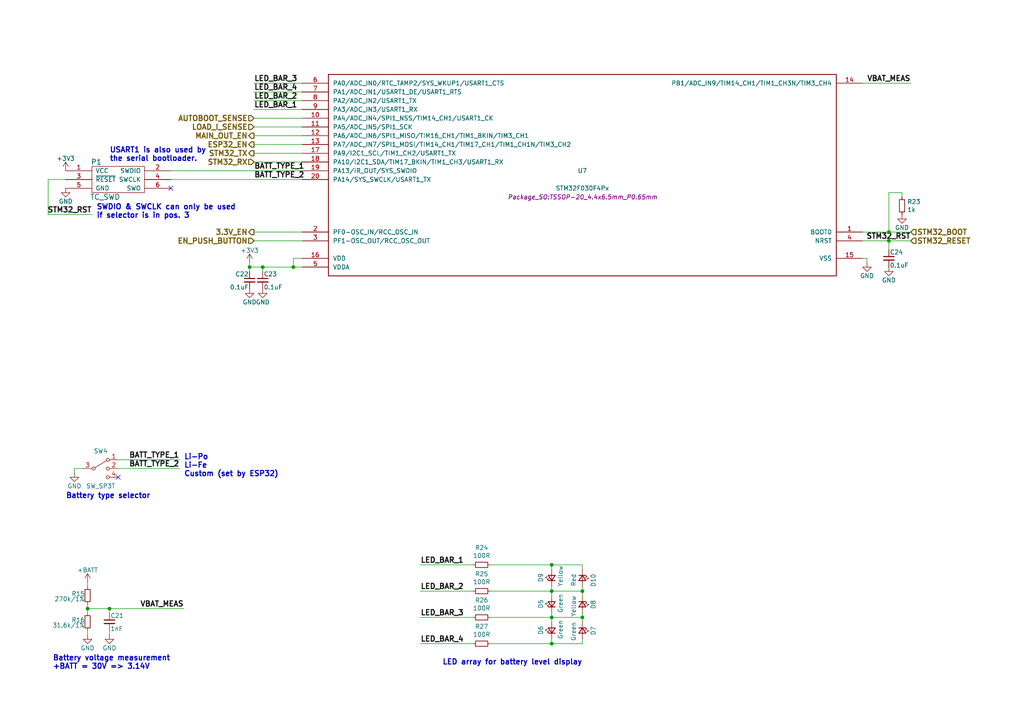
<source format=kicad_sch>
(kicad_sch (version 20211123) (generator eeschema)
  (paper "A4")
  (title_block (date "2019-04-05") (rev "2.0"))
  (lib_symbols
    (symbol "Device:C_Small" (pin_numbers hide) (pin_names (offset 0.254) hide)
      (property "Reference" "C" (at 0.254 1.778 0))
      (property "Value" "Device_C_Small" (at 0.254 -2.032 0))
      (symbol "C_Small_0_1"
        (polyline (pts (xy -1.524 -0.508) (xy 1.524 -0.508)) (stroke (width 0.3302)))
        (polyline (pts (xy -1.524 0.508) (xy 1.524 0.508)) (stroke (width 0.3048)))
      )
      (symbol "C_Small_1_1"
        (pin passive line (at 0 2.54 270) (length 2.032) (name "~") (number "1"))
        (pin passive line (at 0 -2.54 90) (length 2.032) (name "~") (number "2"))
      )
    )
    (symbol "Device:LED_Small" (pin_numbers hide) (pin_names (offset 0.254) hide)
      (property "Reference" "D" (at -1.27 3.175 0))
      (property "Value" "Device_LED_Small" (at -4.445 -2.54 0))
      (symbol "LED_Small_0_1"
        (polyline (pts (xy -0.762 -1.016) (xy -0.762 1.016)) (stroke (width 0.254)))
        (polyline (pts (xy 1.016 0) (xy -0.762 0)))
        (polyline (pts (xy 0.762 -1.016) (xy -0.762 0) (xy 0.762 1.016) (xy 0.762 -1.016)) (stroke (width 0.254)))
        (polyline (pts (xy 0 0.762) (xy -0.508 1.27) (xy -0.254 1.27) (xy -0.508 1.27) (xy -0.508 1.016)))
        (polyline (pts (xy 0.508 1.27) (xy 0 1.778) (xy 0.254 1.778) (xy 0 1.778) (xy 0 1.524)))
      )
      (symbol "LED_Small_1_1"
        (pin passive line (at -2.54 0 0) (length 1.778) (name "K") (number "1"))
        (pin passive line (at 2.54 0 180) (length 1.778) (name "A") (number "2"))
      )
    )
    (symbol "Device:R_Small" (pin_numbers hide) (pin_names (offset 0.254) hide)
      (property "Reference" "R" (at 0.762 0.508 0))
      (property "Value" "Device_R_Small" (at 0.762 -1.016 0))
      (symbol "R_Small_0_1"
        (rectangle (start -0.762 1.778) (end 0.762 -1.778) (stroke (width 0.2032)))
      )
      (symbol "R_Small_1_1"
        (pin passive line (at 0 2.54 270) (length 0.762) (name "~") (number "1"))
        (pin passive line (at 0 -2.54 90) (length 0.762) (name "~") (number "2"))
      )
    )
    (symbol "KXKM_ESP32_battery_management_board-rescue:STM32F030F4Px-stm32" (pin_names (offset 1.27))
      (property "Reference" "U" (at 0 2.54 0))
      (property "Value" "STM32F030F4Px-stm32" (at 0 -2.54 0))
      (property "Footprint" "TSSOP20" (at 0 -5.08 0))
      (symbol "STM32F030F4Px-stm32_1_1"
        (rectangle (start -73.66 30.48) (end 73.66 -27.94) (stroke (width 0.254)))
        (pin input line (at 81.28 -15.24 180) (length 7.62) (name "BOOT0") (number "1"))
        (pin bidirectional line (at -81.28 17.78 0) (length 7.62) (name "PA4/ADC_IN4/SPI1_NSS/TIM14_CH1/USART1_CK") (number "10"))
        (pin bidirectional line (at -81.28 15.24 0) (length 7.62) (name "PA5/ADC_IN5/SPI1_SCK") (number "11"))
        (pin bidirectional line (at -81.28 12.7 0) (length 7.62) (name "PA6/ADC_IN6/SPI1_MISO/TIM16_CH1/TIM1_BKIN/TIM3_CH1") (number "12"))
        (pin bidirectional line (at -81.28 10.16 0) (length 7.62) (name "PA7/ADC_IN7/SPI1_MOSI/TIM14_CH1/TIM17_CH1/TIM1_CH1N/TIM3_CH2") (number "13"))
        (pin bidirectional line (at 81.28 27.94 180) (length 7.62) (name "PB1/ADC_IN9/TIM14_CH1/TIM1_CH3N/TIM3_CH4") (number "14"))
        (pin power_in line (at 81.28 -22.86 180) (length 7.62) (name "VSS") (number "15"))
        (pin power_in line (at -81.28 -22.86 0) (length 7.62) (name "VDD") (number "16"))
        (pin bidirectional line (at -81.28 7.62 0) (length 7.62) (name "PA9/I2C1_SCL/TIM1_CH2/USART1_TX") (number "17"))
        (pin bidirectional line (at -81.28 5.08 0) (length 7.62) (name "PA10/I2C1_SDA/TIM17_BKIN/TIM1_CH3/USART1_RX") (number "18"))
        (pin bidirectional line (at -81.28 2.54 0) (length 7.62) (name "PA13/IR_OUT/SYS_SWDIO") (number "19"))
        (pin bidirectional line (at -81.28 -15.24 0) (length 7.62) (name "PF0-OSC_IN/RCC_OSC_IN") (number "2"))
        (pin bidirectional line (at -81.28 0 0) (length 7.62) (name "PA14/SYS_SWCLK/USART1_TX") (number "20"))
        (pin bidirectional line (at -81.28 -17.78 0) (length 7.62) (name "PF1-OSC_OUT/RCC_OSC_OUT") (number "3"))
        (pin input line (at 81.28 -17.78 180) (length 7.62) (name "NRST") (number "4"))
        (pin power_in line (at -81.28 -25.4 0) (length 7.62) (name "VDDA") (number "5"))
        (pin bidirectional line (at -81.28 27.94 0) (length 7.62) (name "PA0/ADC_IN0/RTC_TAMP2/SYS_WKUP1/USART1_CTS") (number "6"))
        (pin bidirectional line (at -81.28 25.4 0) (length 7.62) (name "PA1/ADC_IN1/USART1_DE/USART1_RTS") (number "7"))
        (pin bidirectional line (at -81.28 22.86 0) (length 7.62) (name "PA2/ADC_IN2/USART1_TX") (number "8"))
        (pin bidirectional line (at -81.28 20.32 0) (length 7.62) (name "PA3/ADC_IN3/USART1_RX") (number "9"))
      )
    )
    (symbol "KXKM_ESP32_battery_management_board-rescue:TC_SWD-tom_kicad" (pin_names (offset 1.016))
      (property "Reference" "P" (at -6.35 5.08 0))
      (property "Value" "TC_SWD-tom_kicad" (at -3.81 -5.08 0))
      (symbol "TC_SWD-tom_kicad_0_1"
        (rectangle (start -7.62 3.81) (end 7.62 -3.81))
      )
      (symbol "TC_SWD-tom_kicad_1_1"
        (pin power_in line (at -15.24 2.54 0) (length 7.62) (name "VCC") (number "1"))
        (pin bidirectional line (at 15.24 2.54 180) (length 7.62) (name "SWDIO") (number "2"))
        (pin bidirectional line (at -15.24 0 0) (length 7.62) (name "~{RESET}") (number "3"))
        (pin bidirectional line (at 15.24 0 180) (length 7.62) (name "SWCLK") (number "4"))
        (pin power_in line (at -15.24 -2.54 0) (length 7.62) (name "GND") (number "5"))
        (pin power_in line (at 15.24 -2.54 180) (length 7.62) (name "SWO") (number "6"))
      )
    )
    (symbol "Switch:SW_SP3T" (pin_names (offset 0) hide)
      (property "Reference" "SW" (at 0 5.08 0))
      (property "Value" "Switch_SW_SP3T" (at 0 -5.08 0))
      (symbol "SW_SP3T_0_1"
        (circle (center -2.032 0) (radius 0.4572))
        (polyline (pts (xy -1.651 0.254) (xy 1.651 2.286)))
        (circle (center 2.032 -2.54) (radius 0.4572))
        (circle (center 2.032 0) (radius 0.4572))
        (circle (center 2.032 2.54) (radius 0.4572))
      )
      (symbol "SW_SP3T_1_1"
        (pin passive line (at 5.08 2.54 180) (length 2.54) (name "1") (number "1"))
        (pin passive line (at 5.08 0 180) (length 2.54) (name "2") (number "2"))
        (pin passive line (at -5.08 0 0) (length 2.54) (name "3") (number "3"))
        (pin passive line (at 5.08 -2.54 180) (length 2.54) (name "4") (number "4"))
      )
    )
    (symbol "power:+3.3V" (power) (pin_names (offset 0))
      (property "Value" "power_+3.3V" (at 0 3.556 0))
      (symbol "+3.3V_0_1"
        (polyline (pts (xy -0.762 1.27) (xy 0 2.54)))
        (polyline (pts (xy 0 0) (xy 0 2.54)))
        (polyline (pts (xy 0 2.54) (xy 0.762 1.27)))
      )
      (symbol "+3.3V_1_1"
        (pin power_in line (at 0 0 90) (length 0) hide (name "+3V3") (number "1"))
      )
    )
    (symbol "power:+BATT" (power) (pin_names (offset 0))
      (property "Value" "power_+BATT" (at 0 3.556 0))
      (symbol "+BATT_0_1"
        (polyline (pts (xy -0.762 1.27) (xy 0 2.54)))
        (polyline (pts (xy 0 0) (xy 0 2.54)))
        (polyline (pts (xy 0 2.54) (xy 0.762 1.27)))
      )
      (symbol "+BATT_1_1"
        (pin power_in line (at 0 0 90) (length 0) hide (name "+BATT") (number "1"))
      )
    )
    (symbol "power:GND" (power) (pin_names (offset 0))
      (property "Value" "power_GND" (at 0 -3.81 0))
      (symbol "GND_0_1"
        (polyline (pts (xy 0 0) (xy 0 -1.27) (xy 1.27 -1.27) (xy 0 -2.54) (xy -1.27 -1.27) (xy 0 -1.27)))
      )
      (symbol "GND_1_1"
        (pin power_in line (at 0 0 270) (length 0) hide (name "GND") (number "1"))
      )
    )
  )
  (junction (at 31.75 176.53))
  (junction (at 160.02 179.07))
  (junction (at 160.02 186.69))
  (junction (at 76.2 77.47))
  (junction (at 257.81 69.85))
  (junction (at 25.4 176.53))
  (junction (at 160.02 171.45))
  (junction (at 72.39 77.47))
  (junction (at 257.81 67.31))
  (junction (at 168.91 171.45))
  (junction (at 160.02 163.83))
  (junction (at 85.09 77.47))
  (junction (at 168.91 179.07))
  (no_connect (at 49.53 54.61))
  (no_connect (at 34.29 138.43))
  (wire (pts (xy 142.24 171.45) (xy 160.02 171.45)))
  (wire (pts (xy 160.02 177.8) (xy 160.02 179.07)))
  (wire (pts (xy 137.16 171.45) (xy 121.92 171.45)))
  (wire (pts (xy 31.75 176.53) (xy 53.34 176.53)))
  (wire (pts (xy 251.46 76.2) (xy 251.46 74.93)))
  (wire (pts (xy 137.16 179.07) (xy 121.92 179.07)))
  (wire (pts (xy 72.39 77.47) (xy 76.2 77.47)))
  (wire (pts (xy 160.02 179.07) (xy 160.02 180.34)))
  (wire (pts (xy 73.66 41.91) (xy 87.63 41.91)))
  (wire (pts (xy 31.75 184.15) (xy 31.75 182.88)))
  (wire (pts (xy 160.02 171.45) (xy 160.02 172.72)))
  (wire (pts (xy 31.75 177.8) (xy 31.75 176.53)))
  (wire (pts (xy 257.81 67.31) (xy 264.16 67.31)))
  (wire (pts (xy 168.91 171.45) (xy 168.91 172.72)))
  (wire (pts (xy 73.66 26.67) (xy 87.63 26.67)))
  (wire (pts (xy 73.66 39.37) (xy 87.63 39.37)))
  (wire (pts (xy 49.53 49.53) (xy 87.63 49.53)))
  (wire (pts (xy 168.91 177.8) (xy 168.91 179.07)))
  (wire (pts (xy 142.24 179.07) (xy 160.02 179.07)))
  (wire (pts (xy 13.97 62.23) (xy 26.67 62.23)))
  (wire (pts (xy 160.02 170.18) (xy 160.02 171.45)))
  (wire (pts (xy 168.91 163.83) (xy 168.91 165.1)))
  (wire (pts (xy 34.29 135.89) (xy 52.07 135.89)))
  (wire (pts (xy 257.81 67.31) (xy 257.81 55.88)))
  (wire (pts (xy 257.81 69.85) (xy 264.16 69.85)))
  (wire (pts (xy 13.97 52.07) (xy 13.97 62.23)))
  (wire (pts (xy 264.16 24.13) (xy 250.19 24.13)))
  (wire (pts (xy 168.91 170.18) (xy 168.91 171.45)))
  (wire (pts (xy 168.91 186.69) (xy 168.91 185.42)))
  (wire (pts (xy 73.66 24.13) (xy 87.63 24.13)))
  (wire (pts (xy 25.4 175.26) (xy 25.4 176.53)))
  (wire (pts (xy 73.66 69.85) (xy 87.63 69.85)))
  (wire (pts (xy 257.81 72.39) (xy 257.81 69.85)))
  (wire (pts (xy 160.02 171.45) (xy 168.91 171.45)))
  (wire (pts (xy 160.02 179.07) (xy 168.91 179.07)))
  (wire (pts (xy 73.66 46.99) (xy 87.63 46.99)))
  (wire (pts (xy 160.02 186.69) (xy 160.02 185.42)))
  (wire (pts (xy 142.24 186.69) (xy 160.02 186.69)))
  (wire (pts (xy 21.59 135.89) (xy 24.13 135.89)))
  (wire (pts (xy 25.4 168.91) (xy 25.4 170.18)))
  (wire (pts (xy 73.66 34.29) (xy 87.63 34.29)))
  (wire (pts (xy 87.63 44.45) (xy 73.66 44.45)))
  (wire (pts (xy 21.59 137.16) (xy 21.59 135.89)))
  (wire (pts (xy 160.02 163.83) (xy 168.91 163.83)))
  (wire (pts (xy 73.66 67.31) (xy 87.63 67.31)))
  (wire (pts (xy 19.05 52.07) (xy 13.97 52.07)))
  (wire (pts (xy 257.81 55.88) (xy 261.62 55.88)))
  (wire (pts (xy 160.02 186.69) (xy 168.91 186.69)))
  (wire (pts (xy 250.19 67.31) (xy 257.81 67.31)))
  (wire (pts (xy 251.46 74.93) (xy 250.19 74.93)))
  (wire (pts (xy 34.29 133.35) (xy 52.07 133.35)))
  (wire (pts (xy 261.62 55.88) (xy 261.62 57.15)))
  (wire (pts (xy 142.24 163.83) (xy 160.02 163.83)))
  (wire (pts (xy 160.02 163.83) (xy 160.02 165.1)))
  (wire (pts (xy 72.39 77.47) (xy 72.39 78.74)))
  (wire (pts (xy 250.19 69.85) (xy 257.81 69.85)))
  (wire (pts (xy 76.2 77.47) (xy 76.2 78.74)))
  (wire (pts (xy 73.66 29.21) (xy 87.63 29.21)))
  (wire (pts (xy 73.66 36.83) (xy 87.63 36.83)))
  (wire (pts (xy 25.4 176.53) (xy 31.75 176.53)))
  (wire (pts (xy 85.09 77.47) (xy 87.63 77.47)))
  (wire (pts (xy 168.91 179.07) (xy 168.91 180.34)))
  (wire (pts (xy 49.53 52.07) (xy 87.63 52.07)))
  (wire (pts (xy 137.16 186.69) (xy 121.92 186.69)))
  (wire (pts (xy 73.66 31.75) (xy 87.63 31.75)))
  (wire (pts (xy 25.4 176.53) (xy 25.4 177.8)))
  (wire (pts (xy 85.09 77.47) (xy 85.09 74.93)))
  (wire (pts (xy 72.39 76.2) (xy 72.39 77.47)))
  (wire (pts (xy 85.09 74.93) (xy 87.63 74.93)))
  (wire (pts (xy 137.16 163.83) (xy 121.92 163.83)))
  (wire (pts (xy 25.4 184.15) (xy 25.4 182.88)))
  (wire (pts (xy 76.2 77.47) (xy 85.09 77.47)))
  (text "Li-Po\nLi-Fe\nCustom (set by ESP32)" (at 53.34 138.43 0) (effects (font (size 1.524 1.524) (thickness 0.3048) bold) (justify left bottom)))
  (text "Battery type selector" (at 19.05 144.78 0) (effects (font (size 1.524 1.524) (thickness 0.3048) bold) (justify left bottom)))
  (text "Battery voltage measurement\n+BATT = 30V => 3.14V" (at 15.24 194.31 0) (effects (font (size 1.524 1.524) (thickness 0.3048) bold) (justify left bottom)))
  (text "LED array for battery level display" (at 128.27 193.04 0) (effects (font (size 1.524 1.524) (thickness 0.3048) bold) (justify left bottom)))
  (text "SWDIO & SWCLK can only be used\nif selector is in pos. 3" (at 27.94 63.5 0) (effects (font (size 1.524 1.524) (thickness 0.3048) bold) (justify left bottom)))
  (text "USART1 is also used by\nthe serial bootloader." (at 31.75 46.99 0) (effects (font (size 1.524 1.524) (thickness 0.3048) bold) (justify left bottom)))
  (label "LED_BAR_4" (at 73.66 26.67 0) (effects (font (size 1.524 1.524) (thickness 0.3048) bold)))
  (label "LED_BAR_3" (at 73.66 24.13 0) (effects (font (size 1.524 1.524) (thickness 0.3048) bold)))
  (label "STM32_RST" (at 26.67 62.23 180) (effects (font (size 1.524 1.524) (thickness 0.3048) bold)))
  (label "STM32_RST" (at 264.16 69.85 180) (effects (font (size 1.524 1.524) (thickness 0.3048) bold)))
  (label "LED_BAR_4" (at 121.92 186.69 0) (effects (font (size 1.524 1.524) (thickness 0.3048) bold)))
  (label "BATT_TYPE_1" (at 52.07 133.35 180) (effects (font (size 1.524 1.524) (thickness 0.3048) bold)))
  (label "VBAT_MEAS" (at 264.16 24.13 180) (effects (font (size 1.524 1.524) (thickness 0.3048) bold)))
  (label "BATT_TYPE_1" (at 73.66 49.53 0) (effects (font (size 1.524 1.524) (thickness 0.3048) bold)))
  (label "LED_BAR_1" (at 121.92 163.83 0) (effects (font (size 1.524 1.524) (thickness 0.3048) bold)))
  (label "LED_BAR_2" (at 121.92 171.45 0) (effects (font (size 1.524 1.524) (thickness 0.3048) bold)))
  (label "BATT_TYPE_2" (at 73.66 52.07 0) (effects (font (size 1.524 1.524) (thickness 0.3048) bold)))
  (label "LED_BAR_2" (at 73.66 29.21 0) (effects (font (size 1.524 1.524) (thickness 0.3048) bold)))
  (label "VBAT_MEAS" (at 53.34 176.53 180) (effects (font (size 1.524 1.524) (thickness 0.3048) bold)))
  (label "BATT_TYPE_2" (at 52.07 135.89 180) (effects (font (size 1.524 1.524) (thickness 0.3048) bold)))
  (label "LED_BAR_3" (at 121.92 179.07 0) (effects (font (size 1.524 1.524) (thickness 0.3048) bold)))
  (label "LED_BAR_1" (at 73.66 31.75 0) (effects (font (size 1.524 1.524) (thickness 0.3048) bold)))
  (hierarchical_label "STM32_RESET" (shape input) (at 264.16 69.85 0) (effects (font (size 1.524 1.524) (thickness 0.3048) bold)))
  (hierarchical_label "ESP32_EN" (shape output) (at 73.66 41.91 180) (effects (font (size 1.524 1.524) (thickness 0.3048) bold)))
  (hierarchical_label "MAIN_OUT_EN" (shape output) (at 73.66 39.37 180) (effects (font (size 1.524 1.524) (thickness 0.3048) bold)))
  (hierarchical_label "LOAD_I_SENSE" (shape input) (at 73.66 36.83 180) (effects (font (size 1.524 1.524) (thickness 0.3048) bold)))
  (hierarchical_label "AUTOBOOT_SENSE" (shape input) (at 73.66 34.29 180) (effects (font (size 1.524 1.524) (thickness 0.3048) bold)))
  (hierarchical_label "STM32_BOOT" (shape input) (at 264.16 67.31 0) (effects (font (size 1.524 1.524) (thickness 0.3048) bold)))
  (hierarchical_label "STM32_TX" (shape output) (at 73.66 44.45 180) (effects (font (size 1.524 1.524) (thickness 0.3048) bold)))
  (hierarchical_label "STM32_RX" (shape input) (at 73.66 46.99 180) (effects (font (size 1.524 1.524) (thickness 0.3048) bold)))
  (hierarchical_label "EN_PUSH_BUTTON" (shape input) (at 73.66 69.85 180) (effects (font (size 1.524 1.524) (thickness 0.3048) bold)))
  (hierarchical_label "3.3V_EN" (shape output) (at 73.66 67.31 180) (effects (font (size 1.524 1.524) (thickness 0.3048) bold)))
  (symbol (lib_id "KXKM_ESP32_battery_management_board-rescue:STM32F030F4Px-stm32") (at 168.91 52.07 0) (unit 1)
    (property "Reference" "U7" (at 168.91 49.53 0))
    (property "Value" "STM32F030F4Px" (at 168.91 54.61 0))
    (property "Footprint" "Package_SO:TSSOP-20_4.4x6.5mm_P0.65mm" (at 168.91 57.15 0) (effects (font italic)))
  )
  (symbol (lib_id "Switch:SW_SP3T") (at 29.21 135.89 0) (unit 1)
    (property "Reference" "SW4" (at 29.21 130.81 0))
    (property "Value" "SW_SP3T" (at 29.21 140.97 0))
    (property "Footprint" "Button_Switch_SMD:SW_SP3T_PCM13" (effects hide))
  )
  (symbol (lib_id "KXKM_ESP32_battery_management_board-rescue:TC_SWD-tom_kicad") (at 34.29 52.07 0) (unit 1)
    (property "Reference" "P1" (at 27.94 46.99 0) (effects (font (size 1.524 1.524))))
    (property "Value" "TC_SWD" (at 30.48 57.15 0) (effects (font (size 1.524 1.524))))
    (property "Footprint" "Connector:Tag-Connect_TC2030-IDC-NL_2x03_P1.27mm_Vertical" (effects hide))
  )
  (symbol (lib_id "Device:C_Small") (at 76.2 81.28 0) (unit 1)
    (property "Reference" "C23" (at 76.454 79.502 0) (effects (justify left)))
    (property "Value" "0.1uF" (at 76.454 83.312 0) (effects (justify left)))
    (property "Footprint" "Capacitor_SMD:C_0603_1608Metric" (effects hide))
  )
  (symbol (lib_id "Device:C_Small") (at 72.39 81.28 0) (mirror y) (unit 1)
    (property "Reference" "C22" (at 72.136 79.502 0) (effects (justify left)))
    (property "Value" "0.1uF" (at 72.136 83.312 0) (effects (justify left)))
    (property "Footprint" "Capacitor_SMD:C_0603_1608Metric" (effects hide))
  )
  (symbol (lib_id "power:+3.3V") (at 72.39 76.2 0) (unit 1)
    (property "Reference" "#PWR084" (effects hide))
    (property "Value" "+3.3V" (at 72.39 72.644 0))
  )
  (symbol (lib_id "power:GND") (at 72.39 83.82 0) (unit 1)
    (property "Reference" "#PWR085" (effects hide))
    (property "Value" "GND" (at 72.39 87.63 0))
  )
  (symbol (lib_id "power:GND") (at 76.2 83.82 0) (unit 1)
    (property "Reference" "#PWR086" (effects hide))
    (property "Value" "GND" (at 76.2 87.63 0))
  )
  (symbol (lib_id "power:GND") (at 251.46 76.2 0) (unit 1)
    (property "Reference" "#PWR087" (effects hide))
    (property "Value" "GND" (at 251.46 80.01 0))
  )
  (symbol (lib_id "power:+BATT") (at 25.4 168.91 0) (unit 1)
    (property "Reference" "#PWR088" (effects hide))
    (property "Value" "+BATT" (at 25.4 165.354 0))
  )
  (symbol (lib_id "power:GND") (at 25.4 184.15 0) (unit 1)
    (property "Reference" "#PWR089" (effects hide))
    (property "Value" "GND" (at 25.4 187.96 0))
  )
  (symbol (lib_id "Device:R_Small") (at 25.4 172.72 0) (mirror y) (unit 1)
    (property "Reference" "R15" (at 24.638 172.212 0) (effects (justify left)))
    (property "Value" "270k/1%" (at 24.638 173.736 0) (effects (justify left)))
    (property "Footprint" "Resistor_SMD:R_0603_1608Metric" (effects hide))
  )
  (symbol (lib_id "Device:R_Small") (at 25.4 180.34 0) (mirror y) (unit 1)
    (property "Reference" "R16" (at 24.638 179.832 0) (effects (justify left)))
    (property "Value" "31.6k/1%" (at 24.638 181.356 0) (effects (justify left)))
    (property "Footprint" "Resistor_SMD:R_0603_1608Metric" (effects hide))
  )
  (symbol (lib_id "Device:C_Small") (at 31.75 180.34 0) (unit 1)
    (property "Reference" "C21" (at 32.004 178.562 0) (effects (justify left)))
    (property "Value" "1nF" (at 32.004 182.372 0) (effects (justify left)))
    (property "Footprint" "Capacitor_SMD:C_0603_1608Metric" (effects hide))
  )
  (symbol (lib_id "power:GND") (at 31.75 184.15 0) (unit 1)
    (property "Reference" "#PWR090" (effects hide))
    (property "Value" "GND" (at 31.75 187.96 0))
  )
  (symbol (lib_id "power:GND") (at 21.59 137.16 0) (unit 1)
    (property "Reference" "#PWR091" (effects hide))
    (property "Value" "GND" (at 21.59 140.97 0))
  )
  (symbol (lib_id "power:GND") (at 261.62 62.23 0) (unit 1)
    (property "Reference" "#PWR094" (effects hide))
    (property "Value" "GND" (at 261.62 66.04 0))
  )
  (symbol (lib_id "Device:C_Small") (at 257.81 74.93 0) (unit 1)
    (property "Reference" "C24" (at 258.064 73.152 0) (effects (justify left)))
    (property "Value" "0.1uF" (at 258.064 76.962 0) (effects (justify left)))
    (property "Footprint" "Capacitor_SMD:C_0603_1608Metric" (effects hide))
  )
  (symbol (lib_id "power:GND") (at 257.81 77.47 0) (unit 1)
    (property "Reference" "#PWR095" (effects hide))
    (property "Value" "GND" (at 257.81 81.28 0))
  )
  (symbol (lib_id "power:GND") (at 19.05 54.61 0) (unit 1)
    (property "Reference" "#PWR092" (effects hide))
    (property "Value" "GND" (at 19.05 58.42 0))
  )
  (symbol (lib_id "power:+3.3V") (at 19.05 49.53 0) (unit 1)
    (property "Reference" "#PWR093" (effects hide))
    (property "Value" "+3.3V" (at 19.05 45.974 0))
  )
  (symbol (lib_id "Device:LED_Small") (at 160.02 175.26 90) (unit 1)
    (property "Reference" "D5" (at 156.845 176.53 0) (effects (justify left)))
    (property "Value" "Green" (at 162.56 177.8 0) (effects (justify left)))
    (property "Footprint" "LED_SMD:LED_0603_1608Metric" (effects hide))
  )
  (symbol (lib_id "Device:LED_Small") (at 168.91 167.64 270) (unit 1)
    (property "Reference" "D10" (at 172.085 166.37 0) (effects (justify left)))
    (property "Value" "Red" (at 166.37 166.37 0) (effects (justify left)))
    (property "Footprint" "LED_SMD:LED_0603_1608Metric" (effects hide))
  )
  (symbol (lib_id "Device:LED_Small") (at 160.02 182.88 90) (unit 1)
    (property "Reference" "D6" (at 156.845 184.15 0) (effects (justify left)))
    (property "Value" "Green" (at 162.56 185.42 0) (effects (justify left)))
    (property "Footprint" "LED_SMD:LED_0603_1608Metric" (effects hide))
  )
  (symbol (lib_id "Device:LED_Small") (at 168.91 182.88 270) (unit 1)
    (property "Reference" "D7" (at 172.085 181.61 0) (effects (justify left)))
    (property "Value" "Green" (at 166.37 180.34 0) (effects (justify left)))
    (property "Footprint" "LED_SMD:LED_0603_1608Metric" (effects hide))
  )
  (symbol (lib_id "Device:LED_Small") (at 160.02 167.64 90) (unit 1)
    (property "Reference" "D9" (at 156.845 168.91 0) (effects (justify left)))
    (property "Value" "Yellow" (at 162.56 170.18 0) (effects (justify left)))
    (property "Footprint" "LED_SMD:LED_0603_1608Metric" (effects hide))
  )
  (symbol (lib_id "Device:LED_Small") (at 168.91 175.26 270) (unit 1)
    (property "Reference" "D8" (at 172.085 173.99 0) (effects (justify left)))
    (property "Value" "Yellow" (at 166.37 172.72 0) (effects (justify left)))
    (property "Footprint" "LED_SMD:LED_0603_1608Metric" (effects hide))
  )
  (symbol (lib_id "Device:R_Small") (at 261.62 59.69 0) (unit 1)
    (property "Reference" "R23" (at 263.1186 58.5216 0) (effects (justify left)))
    (property "Value" "1k" (at 263.1186 60.833 0) (effects (justify left)))
    (property "Footprint" "Resistor_SMD:R_0603_1608Metric" (effects hide))
  )
  (symbol (lib_id "Device:R_Small") (at 139.7 163.83 270) (unit 1)
    (property "Reference" "R24" (at 139.7 158.8516 90))
    (property "Value" "100R" (at 139.7 161.163 90))
    (property "Footprint" "Resistor_SMD:R_0603_1608Metric" (effects hide))
  )
  (symbol (lib_id "Device:R_Small") (at 139.7 171.45 270) (unit 1)
    (property "Reference" "R25" (at 139.7 166.4716 90))
    (property "Value" "100R" (at 139.7 168.783 90))
    (property "Footprint" "Resistor_SMD:R_0603_1608Metric" (effects hide))
  )
  (symbol (lib_id "Device:R_Small") (at 139.7 179.07 270) (unit 1)
    (property "Reference" "R26" (at 139.7 174.0916 90))
    (property "Value" "100R" (at 139.7 176.403 90))
    (property "Footprint" "Resistor_SMD:R_0603_1608Metric" (effects hide))
  )
  (symbol (lib_id "Device:R_Small") (at 139.7 186.69 270) (unit 1)
    (property "Reference" "R27" (at 139.7 181.7116 90))
    (property "Value" "100R" (at 139.7 184.023 90))
    (property "Footprint" "Resistor_SMD:R_0603_1608Metric" (effects hide))
  )
)
</source>
